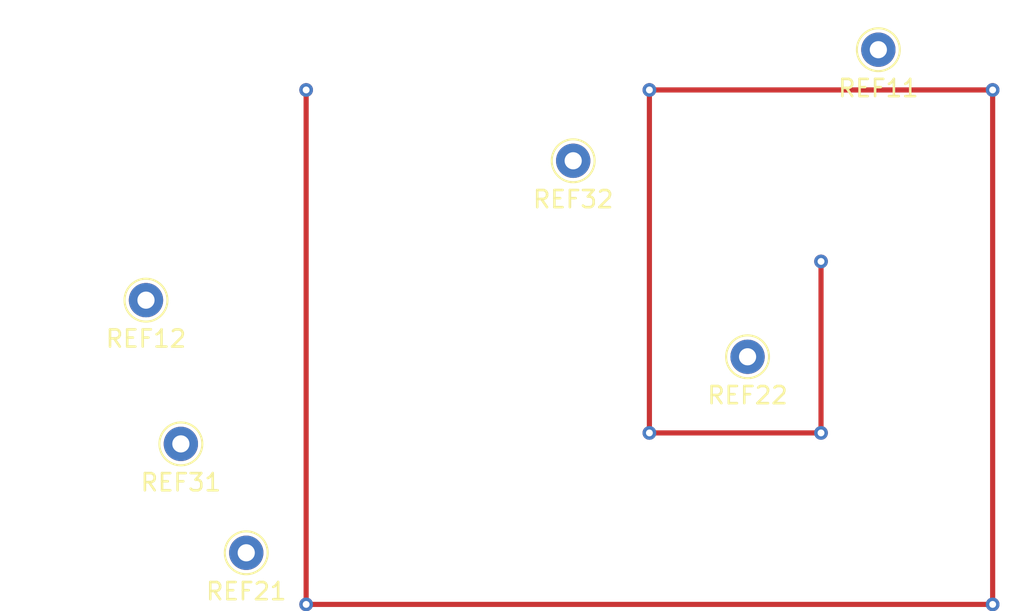
<source format=kicad_pcb>
(kicad_pcb (version 20221018) (generator pcbnew)
  (layers (0 "F.Cu" signal) (31 "B.Cu" signal) (34 "B.Paste" user) (35 "F.Paste" user) (36 "B.SilkS" user "B.Silkscreen") (37 "F.SilkS" user "F.Silkscreen") (38 "B.Mask" user) (39 "F.Mask" user) (44 "Edge.Cuts" user))
  (net 0 "")
  (net 1 "1")
  (net 2 "2")
  (net 3 "3")
  (footprint "Connector_Pin:Pin_D1.0mm_L10.0mm" (layer "F.Cu") (at 16.51 46.99)
    (fp_text reference "REF21" (at 0 2.25) (layer "F.SilkS"))
    (fp_text value "Pin_D1.0mm_L10.0mm")
    (fp_circle (center 0 0) (end 1.25 0.05) (stroke (width 0.12)) (fill none) (layer "F.SilkS"))
    (pad "1" thru_hole circle (at 0 0) (size 2 2) (drill 1) (layers "*.Cu" "*.Mask") (net 2 "2"))
  )
  (footprint "Connector_Pin:Pin_D1.0mm_L10.0mm" (layer "F.Cu") (at 53.34 17.653)
    (fp_text reference "REF11" (at 0 2.25) (layer "F.SilkS"))
    (fp_text value "Pin_D1.0mm_L10.0mm")
    (fp_circle (center 0 0) (end 1.25 0.05) (stroke (width 0.12)) (fill none) (layer "F.SilkS"))
    (pad "1" thru_hole circle (at 0 0) (size 2 2) (drill 1) (layers "*.Cu" "*.Mask") (net 1 "1"))
  )
  (footprint "Connector_Pin:Pin_D1.0mm_L10.0mm" (layer "F.Cu") (at 12.7 40.64)
    (fp_text reference "REF31" (at 0 2.25) (layer "F.SilkS"))
    (fp_text value "Pin_D1.0mm_L10.0mm")
    (fp_circle (center 0 0) (end 1.25 0.05) (stroke (width 0.12)) (fill none) (layer "F.SilkS"))
    (pad "1" thru_hole circle (at 0 0) (size 2 2) (drill 1) (layers "*.Cu" "*.Mask") (net 3 "3"))
  )
  (footprint "Connector_Pin:Pin_D1.0mm_L10.0mm" (layer "F.Cu") (at 45.72 35.56)
    (fp_text reference "REF22" (at 0 2.25) (layer "F.SilkS"))
    (fp_text value "Pin_D1.0mm_L10.0mm")
    (fp_circle (center 0 0) (end 1.25 0.05) (stroke (width 0.12)) (fill none) (layer "F.SilkS"))
    (pad "1" thru_hole circle (at 0 0) (size 2 2) (drill 1) (layers "*.Cu" "*.Mask") (net 2 "2"))
  )
  (footprint "Connector_Pin:Pin_D1.0mm_L10.0mm" (layer "F.Cu") (at 10.668 32.258)
    (fp_text reference "REF12" (at 0 2.25) (layer "F.SilkS"))
    (fp_text value "Pin_D1.0mm_L10.0mm")
    (fp_circle (center 0 0) (end 1.25 0.05) (stroke (width 0.12)) (fill none) (layer "F.SilkS"))
    (pad "1" thru_hole circle (at 0 0) (size 2 2) (drill 1) (layers "*.Cu" "*.Mask") (net 1 "1"))
  )
  (footprint "Connector_Pin:Pin_D1.0mm_L10.0mm" (layer "F.Cu") (at 35.56 24.13)
    (fp_text reference "REF32" (at 0 2.25) (layer "F.SilkS"))
    (fp_text value "Pin_D1.0mm_L10.0mm")
    (fp_circle (center 0 0) (end 1.25 0.05) (stroke (width 0.12)) (fill none) (layer "F.SilkS"))
    (pad "1" thru_hole circle (at 0 0) (size 2 2) (drill 1) (layers "*.Cu" "*.Mask") (net 3 "3"))
  )
  (segment (start 20 50) (end 60 50) (width 0.3) (layer "F.Cu") (net 3))
  (segment (start 60 20) (end 40 20) (width 0.3) (layer "F.Cu") (net 3))
  (segment (start 40 20) (end 40 40) (width 0.3) (layer "F.Cu") (net 3))
  (segment (start 50 40) (end 50 30) (width 0.3) (layer "F.Cu") (net 3))
  (segment (start 60 50) (end 60 20) (width 0.3) (layer "F.Cu") (net 3))
  (segment (start 20 20) (end 20 50) (width 0.3) (layer "F.Cu") (net 3))
  (segment (start 40 40) (end 50 40) (width 0.3) (layer "F.Cu") (net 3))
  (via (at 20 50) (size 0.8) (drill 0.4) (layers "F.Cu" "B.Cu") (net 3))
  (via (at 20 20) (size 0.8) (drill 0.4) (layers "F.Cu" "B.Cu") (net 3))
  (via (at 40 20) (size 0.8) (drill 0.4) (layers "F.Cu" "B.Cu") (net 3))
  (via (at 60 50) (size 0.8) (drill 0.4) (layers "F.Cu" "B.Cu") (net 3))
  (via (at 50 30) (size 0.8) (drill 0.4) (layers "F.Cu" "B.Cu") (net 3))
  (via (at 40 40) (size 0.8) (drill 0.4) (layers "F.Cu" "B.Cu") (net 3))
  (via (at 60 20) (size 0.8) (drill 0.4) (layers "F.Cu" "B.Cu") (net 3))
  (via (at 50 40) (size 0.8) (drill 0.4) (layers "F.Cu" "B.Cu") (net 3))
)
</source>
